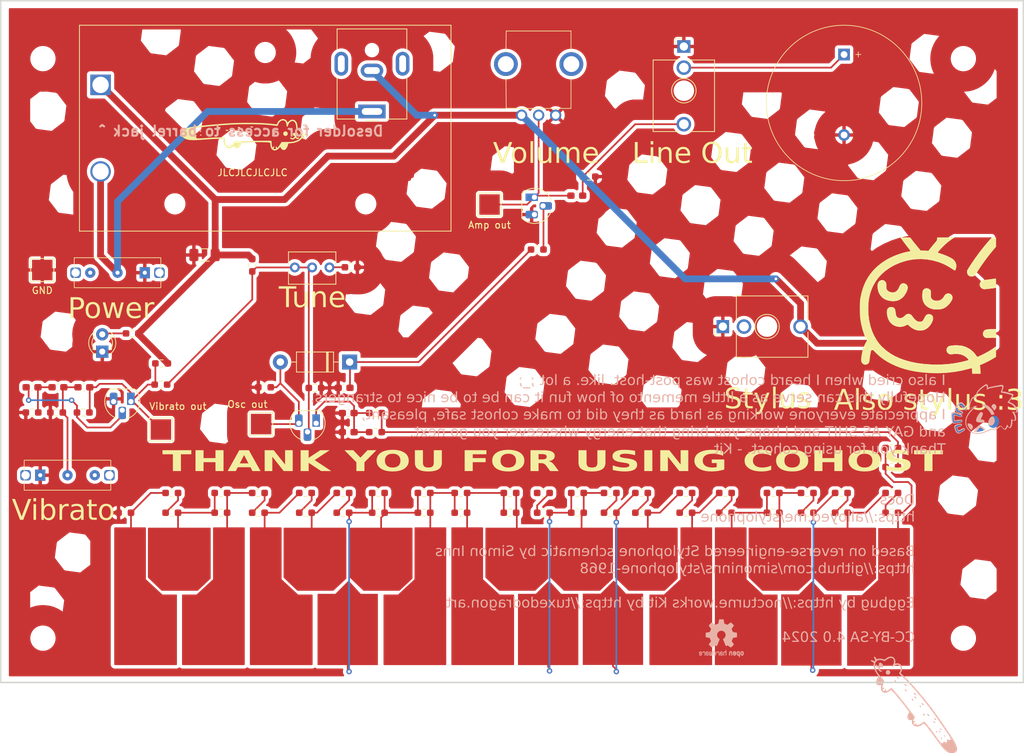
<source format=kicad_pcb>
(kicad_pcb (version 20240108) (generator "pcbnew") (generator_version "8.0")
  (layers (0 "F.Cu" signal) (31 "B.Cu" signal) (34 "B.Paste" user) (35 "F.Paste" user) (36 "B.SilkS" user "B.Silkscreen") (37 "F.SilkS" user "F.Silkscreen") (38 "B.Mask" user) (39 "F.Mask" user) (44 "Edge.Cuts" user))
  (net 0 "")
  (net 1 "+9V")
  (net 2 "Net-(BT1--)")
  (net 3 "GND")
  (net 4 "Keyboard")
  (net 5 "Net-(SW2-B)")
  (net 6 "Amp_In")
  (net 7 "Net-(D1-A)")
  (net 8 "/keyboard_module/A2")
  (net 9 "/keyboard_module/A1")
  (net 10 "/keyboard_module/A3")
  (net 11 "/keyboard_module/A4")
  (net 12 "/keyboard_module/A5")
  (net 13 "/keyboard_module/A6")
  (net 14 "/keyboard_module/A7")
  (net 15 "/keyboard_module/A8")
  (net 16 "/keyboard_module/A9")
  (net 17 "/keyboard_module/A10")
  (net 18 "/keyboard_module/A11")
  (net 19 "/keyboard_module/B11")
  (net 20 "Vibrato_Out")
  (net 21 "Net-(T3-B)")
  (net 22 "Net-(T3-C)")
  (net 23 "/keyboard_module/B2")
  (net 24 "/keyboard_module/B3")
  (net 25 "/keyboard_module/B4")
  (net 26 "/keyboard_module/B5")
  (net 27 "/keyboard_module/B6")
  (net 28 "/keyboard_module/B7")
  (net 29 "/keyboard_module/B8")
  (net 30 "/keyboard_module/B9")
  (net 31 "/keyboard_module/B10")
  (net 33 "Net-(T1-B)")
  (net 34 "Net-(C4-Pad1)")
  (net 35 "Net-(T1-C)")
  (net 36 "Net-(C8-Pad2)")
  (net 37 "Net-(J4-PadTN)")
  (net 38 "Net-(R9-Pad1)")
  (net 39 "Net-(R15-Pad1)")
  (net 40 "Net-(R19-Pad1)")
  (net 41 "Net-(R21-Pad1)")
  (net 42 "Net-(R23-Pad1)")
  (net 43 "Net-(R33-Pad1)")
  (net 44 "Net-(R37-Pad1)")
  (net 45 "Net-(R39-Pad1)")
  (net 46 "Net-(R41-Pad1)")
  (net 47 "Net-(R43-Pad1)")
  (net 48 "Net-(R47-Pad1)")
  (net 49 "Net-(R49-Pad1)")
  (net 50 "Net-(R51-Pad1)")
  (net 51 "Net-(D2-A)")
  (footprint "TestPoint:TestPoint_Pad_3.0x3.0mm" (layer "F.Cu") (at 57.3 119.4)
    (property "Reference" "TP2" (hide yes))
    (property "Value" "Vibrato out")
  )
  (footprint "Resistor_SMD:R_0603_1608Metric_Pad0.98x0.95mm_HandSolder" (layer "F.Cu") (at 89.2 131.6 180)
    (property "Reference" "R26" (hide yes))
    (property "Value" "12K")
  )
  (footprint "TestPoint:TestPoint_Pad_3.0x3.0mm" (layer "F.Cu") (at 105.5 86.4)
    (property "Reference" "TP4" (hide yes))
    (property "Value" "Amp out")
  )
  (footprint "Resistor_SMD:R_0603_1608Metric_Pad0.98x0.95mm_HandSolder" (layer "F.Cu") (at 157.1 131.6 180)
    (property "Reference" "R50" (hide yes))
    (property "Value" "680R")
  )
  (footprint "Resistor_SMD:R_0603_1608Metric_Pad0.98x0.95mm_HandSolder" (layer "F.Cu") (at 84 128.7 180)
    (property "Reference" "R23" (hide yes))
    (property "Value" "3K9")
  )
  (footprint "MountingHole:MountingHole_3.2mm_M3" (layer "F.Cu") (at 40 150)
    (property "Reference" "H3" (hide yes))
    (property "Value" "MountingHole")
  )
  (footprint "Resistor_SMD:R_0603_1608Metric_Pad0.98x0.95mm_HandSolder" (layer "F.Cu") (at 53.1 105.3)
    (property "Reference" "R55" (hide yes))
    (property "Value" "10k")
  )
  (footprint "KitsBlips:mouser_speaker" (layer "F.Cu") (at 157.5 71.5)
    (property "Reference" "LS1" (hide yes))
    (property "Value" "8 ohm 1/4w Speaker")
  )
  (footprint "Resistor_SMD:R_0603_1608Metric_Pad0.98x0.95mm_HandSolder" (layer "F.Cu") (at 152.1 128.7 180)
    (property "Reference" "R47" (hide yes))
    (property "Value" "1K5")
  )
  (footprint "Potentiometer_THT:Potentiometer_Bourns_3266Y_Vertical" (layer "F.Cu") (at 82.025 95.625)
    (property "Reference" "VR1" (hide yes))
    (property "Value" "5k")
  )
  (footprint "Resistor_SMD:R_0603_1608Metric_Pad0.98x0.95mm_HandSolder" (layer "F.Cu") (at 123.2 131.6 180)
    (property "Reference" "R38" (hide yes))
    (property "Value" "390R")
  )
  (footprint "mouser: SLW-1277744-3A-N-D" (layer "F.Cu") (at 57.0875 96.4 180)
    (property "Reference" "SW1" (hide yes))
    (property "Value" "Power" (hide yes))
  )
  (footprint "Package_TO_SOT_THT:TO-92_HandSolder" (layer "F.Cu") (at 52.9 115.3 180)
    (property "Reference" "T1" (hide yes))
    (property "Value" "BC337")
  )
  (footprint "Resistor_SMD:R_0603_1608Metric_Pad0.98x0.95mm_HandSolder" (layer "F.Cu") (at 164.5 122.1 180)
    (property "Reference" "R53" (hide yes))
    (property "Value" "470K")
  )
  (footprint "Resistor_SMD:R_0603_1608Metric_Pad0.98x0.95mm_HandSolder" (layer "F.Cu") (at 157.1 128.7 180)
    (property "Reference" "R49" (hide yes))
    (property "Value" "1K5")
  )
  (footprint "Resistor_SMD:R_0603_1608Metric_Pad0.98x0.95mm_HandSolder" (layer "F.Cu") (at 118.4 128.7 180)
    (property "Reference" "R35" (hide yes))
    (property "Value" "330K")
  )
  (footprint "Diode_THT:D_DO-41_SOD81_P10.16mm_Horizontal" (layer "F.Cu") (at 84.98 109.5 180)
    (property "Reference" "D1" (hide yes))
    (property "Value" "1N4001")
  )
  (footprint "MountingHole:MountingHole_3.2mm_M3" (layer "F.Cu") (at 40 65)
    (property "Reference" "H1" (hide yes))
    (property "Value" "MountingHole")
  )
  (footprint "KitsBlips:eggbug_icon" (layer "F.Cu") (at 170.555378 87.023392)
    (property "Reference" "J2" (hide yes))
    (property "Value" "Stylus" (hide yes))
  )
  (footprint "Connector_BarrelJack:BarrelJack_CUI_PJ-063AH_Horizontal" (layer "F.Cu") (at 88.255263 72.75 180)
    (property "Reference" "J1" (hide yes))
    (property "Value" "Barrel_Jack")
  )
  (footprint "Capacitor_SMD:C_0603_1608Metric_Pad1.08x0.95mm_HandSolder" (layer "F.Cu") (at 42.2 113.2 180)
    (property "Reference" "C5" (hide yes))
    (property "Value" "100nF")
  )
  (footprint "Capacitor_SMD:C_1206_3216Metric_Pad1.33x1.80mm_HandSolder" (layer "F.Cu") (at 63.7 93.8 180)
    (property "Reference" "C1" (hide yes))
    (property "Value" "100uF")
  )
  (footprint "Resistor_SMD:R_0603_1608Metric_Pad0.98x0.95mm_HandSolder" (layer "F.Cu") (at 88.77 119.78 180)
    (property "Reference" "R3" (hide yes))
    (property "Value" "390K")
  )
  (footprint "Resistor_SMD:R_0603_1608Metric_Pad0.98x0.95mm_HandSolder" (layer "F.Cu") (at 118.4 131.6 180)
    (property "Reference" "R36" (hide yes))
    (property "Value" "3K3")
  )
  (footprint "Resistor_SMD:R_0603_1608Metric_Pad0.98x0.95mm_HandSolder" (layer "F.Cu") (at 57.3 112.81 180)
    (property "Reference" "R8" (hide yes))
    (property "Value" "150k")
  )
  (footprint "Resistor_SMD:R_0603_1608Metric_Pad0.98x0.95mm_HandSolder" (layer "F.Cu") (at 84 131.6 180)
    (property "Reference" "R24" (hide yes))
    (property "Value" "680R")
  )
  (footprint "Resistor_SMD:R_0603_1608Metric_Pad0.98x0.95mm_HandSolder" (layer "F.Cu") (at 113.4 128.7 180)
    (property "Reference" "R33" (hide yes))
    (property "Value" "3K3")
  )
  (footprint "KitsBlips:stylophone-keyboard" (layer "F.Cu") (at 50.3 117.6)
    (property "Reference" "U1" (hide yes))
    (property "Value" "Keyboard")
  )
  (footprint "Capacitor_SMD:C_0603_1608Metric_Pad1.08x0.95mm_HandSolder" (layer "F.Cu") (at 118.3 85.1)
    (property "Reference" "C8" (hide yes))
    (property "Value" "100nF")
  )
  (footprint "Capacitor_SMD:C_0603_1608Metric_Pad1.08x0.95mm_HandSolder" (layer "F.Cu") (at 84.17 113.28 180)
    (property "Reference" "C7" (hide yes))
    (property "Value" "100nF")
  )
  (footprint "Resistor_SMD:R_0603_1608Metric_Pad0.98x0.95mm_HandSolder" (layer "F.Cu") (at 78.5 131.6 180)
    (property "Reference" "R22" (hide yes))
    (property "Value" "150R")
  )
  (footprint "Resistor_SMD:R_0603_1608Metric_Pad0.98x0.95mm_HandSolder" (layer "F.Cu") (at 71.6 131.6 180)
    (property "Reference" "R20" (hide yes))
    (property "Value" "470R")
  )
  (footprint "Resistor_SMD:R_0603_1608Metric_Pad0.98x0.95mm_HandSolder" (layer "F.Cu") (at 71.6 128.7 180)
    (property "Reference" "R19" (hide yes))
    (property "Value" "4K7")
  )
  (footprint "Resistor_SMD:R_0603_1608Metric_Pad0.98x0.95mm_HandSolder" (layer "F.Cu") (at 58.9 131.6 180)
    (property "Reference" "R16" (hide yes))
    (property "Value" "270R")
  )
  (footprint "Resistor_SMD:R_0603_1608Metric_Pad0.98x0.95mm_HandSolder" (layer "F.Cu") (at 45.9 116.9 180)
    (property "Reference" "R6" (hide yes))
    (property "Value" "10M")
  )
  (footprint "Resistor_SMD:R_0603_1608Metric_Pad0.98x0.95mm_HandSolder" (layer "F.Cu") (at 95.9 128.7 180)
    (property "Reference" "R27" (hide yes))
    (property "Value" "4K7")
  )
  (footprint "Resistor_SMD:R_0603_1608Metric_Pad0.98x0.95mm_HandSolder" (layer "F.Cu") (at 79.9 113.3)
    (property "Reference" "R11" (hide yes))
    (property "Value" "6K8")
  )
  (footprint "mouser:RD901F4015R1B10K00DL1" (layer "F.Cu") (at 110.2 73.3)
    (property "Reference" "VR2" (hide yes))
    (property "Value" "A10k" (hide yes))
  )
  (footprint "Resistor_SMD:R_0603_1608Metric_Pad0.98x0.95mm_HandSolder" (layer "F.Cu") (at 101.3 128.7 180)
    (property "Reference" "R29" (hide yes))
    (property "Value" "3K9")
  )
  (footprint "Resistor_SMD:R_0603_1608Metric_Pad0.98x0.95mm_HandSolder" (layer "F.Cu") (at 85.2 95.6)
    (property "Reference" "R9" (hide yes))
    (property "Value" "2K2")
  )
  (footprint "Connector_Audio:Jack_3.5mm_QingPu_WQP-PJ398SM_Vertical_CircularHoles" (layer "F.Cu") (at 134 63.22)
    (property "Reference" "J4" (hide yes))
    (property "Value" "LineOut")
  )
  (footprint "Resistor_SMD:R_0603_1608Metric_Pad0.98x0.95mm_HandSolder" (layer "F.Cu") (at 38.4 116.9 180)
    (property "Reference" "R4" (hide yes))
    (property "Value" "68K")
  )
  (footprint "Resistor_SMD:R_0603_1608Metric_Pad0.98x0.95mm_HandSolder" (layer "F.Cu") (at 147.1 128.7 180)
    (property "Reference" "R45" (hide yes))
    (property "Value" "27K")
  )
  (footprint "Resistor_SMD:R_0603_1608Metric_Pad0.98x0.95mm_HandSolder" (layer "F.Cu") (at 52 131.6)
    (property "Reference" "R1" (hide yes))
    (property "Value" "390K")
  )
  (footprint "Resistor_SMD:R_0603_1608Metric_Pad0.98x0.95mm_HandSolder" (layer "F.Cu") (at 72.5 113.2 180)
    (property "Reference" "R12" (hide yes))
    (property "Value" "47R")
  )
  (footprint "Connector_Audio:Jack_3.5mm_QingPu_WQP-PJ398SM_Vertical_CircularHoles" (layer "F.Cu") (at 139.72 104.3 90)
    (property "Reference" "J3" (hide yes))
    (property "Value" "AudioJack2")
  )
  (footprint "Resistor_SMD:R_0603_1608Metric_Pad0.98x0.95mm_HandSolder" (layer "F.Cu") (at 147.1 131.6 180)
    (property "Reference" "R46" (hide yes))
    (property "Value" "2K7")
  )
  (footprint "Resistor_SMD:R_0603_1608Metric_Pad0.98x0.95mm_HandSolder" (layer "F.Cu") (at 66.1 128.7 180)
    (property "Reference" "R17" (hide yes))
    (property "Value" "5K6")
  )
  (footprint "Resistor_SMD:R_0603_1608Metric_Pad0.98x0.95mm_HandSolder" (layer "F.Cu") (at 70.7 95.3 -90)
    (property "Reference" "R10" (hide yes))
    (property "Value" "1K8")
  )
  (footprint "Resistor_SMD:R_0603_1608Metric_Pad0.98x0.95mm_HandSolder" (layer "F.Cu") (at 127.8 131.6 180)
    (property "Reference" "R40" (hide yes))
    (property "Value" "220R")
  )
  (footprint "Resistor_SMD:R_0603_1608Metric_Pad0.98x0.95mm_HandSolder" (layer "F.Cu") (at 140.1 128.7 180)
    (property "Reference" "R43" (hide yes))
    (property "Value" "2K2")
  )
  (footprint "Resistor_SMD:R_0603_1608Metric_Pad0.98x0.95mm_HandSolder" (layer "F.Cu") (at 42 116.9 180)
    (property "Reference" "R5" (hide yes))
    (property "Value" "68K")
  )
  (footprint "Resistor_SMD:R_0603_1608Metric_Pad0.98x0.95mm_HandSolder" (layer "F.Cu") (at 123.2 128.7 180)
    (property "Reference" "R37" (hide yes))
    (property "Value" "2K7")
  )
  (footprint "Resistor_SMD:R_0603_1608Metric_Pad0.98x0.95mm_HandSolder" (layer "F.Cu") (at 152.1 131.6 180)
    (property "Reference" "R48" (hide yes))
    (property "Value" "820R")
  )
  (footprint "Resistor_SMD:R_0603_1608Metric_Pad0.98x0.95mm_HandSolder" (layer "F.Cu") (at 164.5 131.6 180)
    (property "Reference" "R52" (hide yes))
    (property "Value" "560R")
  )
  (footprint "Resistor_SMD:R_0603_1608Metric_Pad0.98x0.95mm_HandSolder" (layer "F.Cu") (at 113.4 131.6 180)
    (property "Reference" "R34" (hide yes))
    (property "Value" "150R")
  )
  (footprint "Resistor_SMD:R_0603_1608Metric_Pad0.98x0.95mm_HandSolder" (layer "F.Cu") (at 57.4 109.7 180)
    (property "Reference" "R7" (hide yes))
    (property "Value" "33K")
  )
  (footprint "MountingHole:MountingHole_3.2mm_M3" (layer "F.Cu") (at 175 65)
    (property "Reference" "H2" (hide yes))
    (property "Value" "MountingHole")
  )
  (footprint "Resistor_SMD:R_0603_1608Metric_Pad0.98x0.95mm_HandSolder" (layer "F.Cu") (at 66.1 131.6 180)
    (property "Reference" "R18" (hide yes))
    (property "Value" "270K")
  )
  (footprint "Resistor_SMD:R_0603_1608Metric_Pad0.98x0.95mm_HandSolder" (layer "F.Cu") (at 140.1 131.6 180)
    (property "Reference" "R44" (hide yes))
    (property "Value" "390R")
  )
  (footprint "Resistor_SMD:R_0603_1608Metric_Pad0.98x0.95mm_HandSolder" (layer "F.Cu") (at 134.3 131.6 180)
    (property "Reference" "R42" (hide yes))
    (property "Value" "47R")
  )
  (footprint "TestPoint:TestPoint_Pad_3.0x3.0mm" (layer "F.Cu") (at 72 118.6 90)
    (property "Reference" "TP3" (hide yes))
    (property "Value" "Osc out")
  )
  (footprint "KitsBlips:logo" (layer "F.Cu") (at 69.5 76.2)
    (property "Reference" "REF**" (hide yes))
    (property "Value" "LOGO" (hide yes))
  )
  (footprint "Capacitor_SMD:C_0603_1608Metric_Pad1.08x0.95mm_HandSolder" (layer "F.Cu") (at 38.4 113.2 180)
    (property "Reference" "C4" (hide yes))
    (property "Value" "100nF")
  )
  (footprint "Resistor_SMD:R_0603_1608Metric_Pad0.98x0.95mm_HandSolder" (layer "F.Cu") (at 95.9 131.6 180)
    (property "Reference" "R28" (hide yes))
    (property "Value" "33K")
  )
  (footprint "Resistor_SMD:R_0603_1608Metric_Pad0.98x0.95mm_HandSolder" (layer "F.Cu") (at 134.3 128.7 180)
    (property "Reference" "R41" (hide yes))
    (property "Value" "2K7")
  )
  (footprint "Capacitor_SMD:C_0603_1608Metric_Pad1.08x0.95mm_HandSolder" (layer "F.Cu") (at 84.77 119.78 180)
    (property "Reference" "C3" (hide yes))
    (property "Value" "100nF")
  )
  (footprint "Resistor_SMD:R_0603_1608Metric_Pad0.98x0.95mm_HandSolder" (layer "F.Cu") (at 58.9 128.7 180)
    (property "Reference" "R15" (hide yes))
    (property "Value" "5K6")
  )
  (footprint "Capacitor_SMD:C_0603_1608Metric_Pad1.08x0.95mm_HandSolder" (layer "F.Cu") (at 46 113.2 180)
    (property "Reference" "C6" (hide yes))
    (property "Value" "100nF")
  )
  (footprint "Resistor_SMD:R_0603_1608Metric_Pad0.98x0.95mm_HandSolder" (layer "F.Cu") (at 164.5 124.9 180)
    (property "Reference" "R54" (hide yes))
    (property "Value" "22K")
  )
  (footprint "Battery:BatteryHolder_Eagle_12BH611-GR" (layer "F.Cu") (at 48.45 68.85 180)
    (property "Reference" "BT1" (hide yes))
    (property "Value" "9V Battery")
  )
  (footprint "MountingHole:MountingHole_3.2mm_M3" (layer "F.Cu") (at 175 150)
    (property "Reference" "H4" (hide yes))
    (property "Value" "MountingHole")
  )
  (footprint "Package_TO_SOT_THT:TO-92_HandSolder" (layer "F.Cu") (at 112.08 85.33 -90)
    (property "Reference" "T3" (hide yes))
    (property "Value" "BC337")
  )
  (footprint "Resistor_SMD:R_0603_1608Metric_Pad0.98x0.95mm_HandSolder" (layer "F.Cu") (at 108.5 128.7 180)
    (property "Reference" "R31" (hide yes))
    (property "Value" "3K9")
  )
  (footprint "Resistor_SMD:R_0603_1608Metric_Pad0.98x0.95mm_HandSolder" (layer "F.Cu") (at 78.5 128.7 180)
    (property "Reference" "R21" (hide yes))
    (property "Value" "4K7")
  )
  (footprint "TestPoint:TestPoint_Pad_3.0x3.0mm" (layer "F.Cu") (at 39.9 96)
    (property "Reference" "TP1" (hide yes))
    (property "Value" "GND")
  )
  (footprint "Capacitor_SMD:C_0603_1608Metric_Pad1.08x0.95mm_HandSolder" (layer "F.Cu") (at 84.77 116.98 180)
    (property "Reference" "C2" (hide yes))
    (property "Value" "100nF")
  )
  (footprint "Resistor_SMD:R_0603_1608Metric_Pad0.98x0.95mm_HandSolder" (layer "F.Cu") (at 101.3 131.6 180)
    (property "Reference" "R30" (hide yes))
    (property "Value" "820K")
  )
  (footprint "Resistor_SMD:R_0603_1608Metric_Pad0.98x0.95mm_HandSolder" (layer "F.Cu") (at 120.1 82.3 180)
    (property "Reference" "R14" (hide yes))
    (property "Value" "390k")
  )
  (footprint "Resistor_SMD:R_0603_1608Metric_Pad0.98x0.95mm_HandSolder" (layer "F.Cu") (at 164.5 128.7 180)
    (property "Reference" "R51" (hide yes))
    (property "Value" "1K5")
  )
  (footprint "Resistor_SMD:R_0603_1608Metric_Pad0.98x0.95mm_HandSolder" (layer "F.Cu") (at 108.5 131.6 180)
    (property "Reference" "R32" (hide yes))
    (property "Value" "56K")
  )
  (footprint "Package_TO_SOT_THT:TO-92_HandSolder" (layer "F.Cu") (at 80.07 118.48 180)
    (property "Reference" "T2" (hide yes))
    (property "Value" "2N6027")
  )
  (footprint "Resistor_SMD:R_0603_1608Metric_Pad0.98x0.95mm_HandSolder" (layer "F.Cu") (at 89.2 128.7 180)
    (property "Reference" "R25" (hide yes))
    (property "Value" "6K8")
  )
  (footprint "Resistor_SMD:R_0603_1608Metric_Pad0.98x0.95mm_HandSolder" (layer "F.Cu") (at 88.77 116.98 180)
    (property "Reference" "R2" (hide yes))
    (property "Value" "13K")
  )
  (footprint "Resistor_SMD:R_0603_1608Metric_Pad0.98x0.95mm_HandSolder" (layer "F.Cu") (at 112.5 93)
    (property "Reference" "R13" (hide yes))
    (property "Value" "2k2")
  )
  (footprint "mouser: SLW-1277744-3A-N-D" (layer "F.Cu") (at 37.45 126.1)
    (property "Reference" "SW2" (hide yes))
    (property "Value" "Vibrato" (hide yes))
  )
  (footprint "LED_THT:LED_D3.0mm" (layer "F.Cu") (at 48.7 107.975 90)
    (property "Reference" "D2" (hide yes))
    (property "Value" "LED")
  )
  (footprint "Resistor_SMD:R_0603_1608Metric_Pad0.98x0.95mm_HandSolder" (layer "F.Cu") (at 127.8 128.7 180)
    (property "Reference" "R39" (hide yes))
    (property "Value" "2K7")
  )
  (footprint "KitsBlips:logo" (layer "B.Cu") (at 167.7 159.8 130)
    (property "Reference" "REF**" (hide yes))
    (property "Value" "LOGO" (hide yes))
  )
  (footprint "Symbol:OSHW-Logo2_7.3x6mm_SilkScreen" (layer "B.Cu") (at 139.5 150 180)
    (property "Reference" "REF**" (hide yes))
    (property "Value" "OSHW-Logo2_7.3x6mm_SilkScreen" (hide yes))
  )
  (footprint "KitsBlips:alloyed_icon" (layer "B.Cu") (at 178.732592 108.189582 180)
    (property "Reference" "REF**" (hide yes))
    (property "Value" "alloyed_icon")
  )
  (gr_rect (start 33.8 56.5) (end 183.8 156.5) (stroke (width 0.2)) (fill none) (layer "Edge.Cuts"))
  (gr_text "I also cried when I heard cohost was post-host. like. a lot ;_;\nHopefully this can serve as a little memento of how fun it can be to be nice to strangers.\nI appreciate everyone working as hard as they did to make cohost safe, pleasant,\nand GAY AS SHIT and I hope you bring that energy whereever you go next.\nThank you for using cohost. - Kit" (at 172.4 123.2 0) (layer "B.SilkS") (effects (font (size 1.5 1.5) (thickness 0.1875)) (justify left bottom mirror)))
  (gr_text "Desolder for access to barrel jack ^\n" (at 90.1 76.5 0) (layer "B.SilkS") (effects (font (size 1.5 1.5) (thickness 0.3) (bold yes)) (justify left bottom mirror)))
  (gr_text "Docs\nhttps://alloyed.me/stylophone\n\nBased on reverse-engineered Stylophone schematic by Simon Inns\nhttps://github.com/simoninns/stylophone-1968\n\nEggbug by https://nocturne.works Kit by https://tuxedodragon.art\n\nCC-BY-SA 4.0 2024" (at 167.9 150.8 0) (layer "B.SilkS") (effects (font (size 1.5 1.5) (thickness 0.1875)) (justify left bottom mirror)))
  (gr_text "JLCJLCJLCJLC" (at 65.5 82.3 0) (layer "F.SilkS") (effects (font (size 1 1)) (justify left bottom)))
  (gr_text "Power" (at 49.9875 101.8 0) (layer "F.SilkS") (effects (font (size 3 3) (thickness 0.75))))
  (gr_text "Vibrato\n" (at 43 131.4 0) (layer "F.SilkS") (effects (font (size 3 3) (thickness 0.75))))
  (gr_text "Line Out" (at 126.4 80.8 0) (layer "F.SilkS") (effects (font (size 3 3) (thickness 1)) (justify left bottom)))
  (gr_text "Tune" (at 79.5 100.2 0) (layer "F.SilkS") (effects (font (size 3 3) (thickness 1))))
  (gr_text "Volume" (at 106 80.8 0) (layer "F.SilkS") (effects (font (size 3 3) (thickness 1)) (justify left bottom)))
  (gr_text "THANK YOU FOR USING COHOST" (at 57.5 126 0) (layer "F.SilkS") (effects (font (size 3 4.5)) (justify left bottom)))
  (gr_text "Also stylus :3" (at 156 117 0) (layer "F.SilkS") (effects (font (size 3 3) (thickness 1)) (justify left bottom)))
  (gr_text "Stylus" (at 139.9 116.8 0) (layer "F.SilkS") (effects (font (size 3 3) (thickness 1)) (justify left bottom)))
  (segment (start 81.8 79.3) (end 75.4375 85.6625) (width 1) (layer "F.Cu") (net 1))
  (segment (start 75.4375 85.6625) (end 65.2625 85.6625) (width 1) (layer "F.Cu") (net 1))
  (segment (start 65.2625 93.8) (end 70.1125 93.8) (width 1) (layer "F.Cu") (net 1))
  (segment (start 54.0125 105.4) (end 58.3125 109.7) (width 1) (layer "F.Cu") (net 1))
  (segment (start 48.45 68.85) (end 65.2625 85.6625) (width 1) (layer "F.Cu") (net 1))
  (segment (start 166.007633 106.746804) (end 153.566804 106.746804) (width 1) (layer "F.Cu") (net 1))
  (segment (start 91.450862 79.3) (end 81.8 79.3) (width 1) (layer "F.Cu") (net 1))
  (segment (start 151.12 100.92) (end 147.5 97.3) (width 1) (layer "F.Cu") (net 1))
  (segment (start 65.2625 94.05) (end 54.0125 105.3) (width 1) (layer "F.Cu") (net 1))
  (segment (start 97.450862 73.3) (end 91.450862 79.3) (width 1) (layer "F.Cu") (net 1))
  (segment (start 110.2 73.3) (end 97.450862 73.3) (width 1) (layer "F.Cu") (net 1))
  (segment (start 54.0125 105.3) (end 54.0125 105.4) (width 1) (layer "F.Cu") (net 1))
  (segment (start 70.1125 93.8) (end 70.7 94.3875) (width 1) (layer "F.Cu") (net 1))
  (segment (start 151.12 104.3) (end 151.12 100.92) (width 1) (layer "F.Cu") (net 1))
  (segment (start 65.2625 93.8) (end 65.2625 94.05) (width 1) (layer "F.Cu") (net 1))
  (segment (start 153.566804 106.746804) (end 151.12 104.3) (width 1) (layer "F.Cu") (net 1))
  (segment (start 65.2625 85.6625) (end 65.2625 93.8) (width 1) (layer "F.Cu") (net 1))
  (via (at 97.450862 73.3) (size 0.8) (drill 0.4) (layers "F.Cu" "B.Cu") (net 1))
  (via (at 147.5 97.3) (size 0.8) (drill 0.4) (layers "F.Cu" "B.Cu") (net 1))
  (segment (start 88.255263 66.75) (end 94.805263 73.3) (width 1) (layer "B.Cu") (net 1))
  (segment (start 94.805263 73.3) (end 97.450862 73.3) (width 1) (layer "B.Cu") (net 1))
  (segment (start 147.5 97.3) (end 134.2 97.3) (width 1) (layer "B.Cu") (net 1))
  (segment (start 134.2 97.3) (end 110.2 73.3) (width 1) (layer "B.Cu") (net 1))
  (segment (start 48.45 93.9125) (end 50.9375 96.4) (width 1) (layer "F.Cu") (net 2))
  (segment (start 48.45 81.55) (end 48.45 93.9125) (width 1) (layer "F.Cu") (net 2))
  (segment (start 50.9375 85.9625) (end 50.9375 96.4) (width 1) (layer "B.Cu") (net 2))
  (segment (start 88.255263 72.75) (end 64.15 72.75) (width 1) (layer "B.Cu") (net 2))
  (segment (start 64.15 72.75) (end 50.9375 85.9625) (width 1) (layer "B.Cu") (net 2))
  (segment (start 87.8575 119.78) (end 85.6325 119.78) (width 0.25) (layer "F.Cu") (net 4))
  (segment (start 80.07 118.48) (end 80.07 116.53) (width 0.25) (layer "F.Cu") (net 4))
  (segment (start 81.3 115.3) (end 85 115.3) (width 0.25) (layer "F.Cu") (net 4))
  (segment (start 80.07 116.53) (end 81.3 115.3) (width 0.25) (layer "F.Cu") (net 4))
  (segment (start 85.6325 115.9325) (end 85.6325 116.98) (width 0.25) (layer "F.Cu") (net 4))
  (segment (start 85 115.3) (end 85.6325 115.9325) (width 0.25) (layer "F.Cu") (net 4))
  (segment (start 85.6325 119.78) (end 85.6325 116.98) (width 0.25) (layer "F.Cu") (net 4))
  (segment (start 87.8575 116.98) (end 85.6325 116.98) (width 0.25) (layer "F.Cu") (net 4))
  (segment (start 43.0625 113.2) (end 45.1375 113.2) (width 0.25) (layer "F.Cu") (net 5))
  (segment (start 43.6 117.675) (end 43.6 126.1) (width 0.25) (layer "F.Cu") (net 5))
  (segment (start 42.9125 116.9) (end 42.9125 113.35) (width 0.25) (layer "F.Cu") (net 5))
  (segment (start 42.9125 116.9) (end 42.9125 116.9875) (width 0.25) (layer "F.Cu") (net 5))
  (segment (start 42.9125 116.9875) (end 43.6 117.675) (width 0.25) (layer "F.Cu") (net 5))
  (segment (start 42.9125 113.35) (end 43.0625 113.2) (width 0.25) (layer "F.Cu") (net 5))
  (segment (start 84.98 109.5) (end 95.0875 109.5) (width 0.25) (layer "F.Cu") (net 6))
  (segment (start 85.0325 113.28) (end 85.0325 109.5525) (width 0.25) (layer "F.Cu") (net 6))
  (segment (start 95.0875 109.5) (end 111.5875 93) (width 0.25) (layer "F.Cu") (net 6))
  (segment (start 85.0325 109.5525) (end 84.98 109.5) (width 0.25) (layer "F.Cu") (net 6))
  (segment (start 77.41 118.6) (end 77.53 118.48) (width 0.25) (layer "F.Cu") (net 7))
  (segment (start 77.53 115.33) (end 77.53 118.48) (width 0.25) (layer "F.Cu") (net 7))
  (segment (start 74.24 113.2) (end 74.82 112.62) (width 0.25) (layer "F.Cu") (net 7))
  (segment (start 74.82 109.5) (end 74.82 112.62) (width 0.25) (layer "F.Cu") (net 7))
  (segment (start 74.82 112.62) (end 77.53 115.33) (width 0.25) (layer "F.Cu") (net 7))
  (segment (start 72 118.6) (end 77.41 118.6) (width 0.25) (layer "F.Cu") (net 7))
  (segment (start 73.4125 113.2) (end 74.24 113.2) (width 0.25) (layer "F.Cu") (net 7))
  (segment (start 163.5875 125.8875) (end 163.5875 124.9) (width 0.25) (layer "F.Cu") (net 8))
  (segment (start 167.4 127.6) (end 166.9 127.1) (width 0.25) (layer "F.Cu") (net 8))
  (segment (start 165.4125 131.6) (end 165.4125 145.6875) (width 0.25) (layer "F.Cu") (net 8))
  (segment (start 164.8 127.1) (end 163.5875 125.8875) (width 0.25) (layer "F.Cu") (net 8))
  (segment (start 166.1 131.6) (end 167.4 130.3) (width 0.25) (layer "F.Cu") (net 8))
  (segment (start 167.4 130.3) (end 167.4 127.6) (width 0.25) (layer "F.Cu") (net 8))
  (segment (start 165.4125 131.6) (end 166.1 131.6) (width 0.25) (layer "F.Cu") (net 8))
  (segment (start 163.5875 124.9) (end 163.5875 122.1) (width 0.25) (layer "F.Cu") (net 8))
  (segment (start 166.9 127.1) (end 164.8 127.1) (width 0.25) (layer "F.Cu") (net 8))
  (segment (start 165.4125 145.6875) (end 162.6 148.5) (width 0.25) (layer "F.Cu") (net 8))
  (segment (start 89.6825 116.98) (end 89.6825 119.78) (width 0.25) (layer "F.Cu") (net 9))
  (segment (start 163.98 119.78) (end 89.6825 119.78) (width 0.25) (layer "F.Cu") (net 9))
  (segment (start 165.4125 122.1) (end 165.4125 121.2125) (width 0.25) (layer "F.Cu") (net 9))
  (segment (start 165.4125 121.2125) (end 163.98 119.78) (width 0.25) (layer "F.Cu") (net 9))
  (segment (start 165.4125 124.9) (end 165.4125 122.1) (width 0.25) (layer "F.Cu") (net 9))
  (segment (start 158.0125 137.9875) (end 157.6 138.4) (width 0.25) (layer "F.Cu") (net 10))
  (segment (start 158.0125 131.6) (end 160.6875 131.6) (width 0.25) (layer "F.Cu") (net 10))
  (segment (start 160.6875 131.6) (end 163.5875 128.7) (width 0.25) (layer "F.Cu") (net 10))
  (segment (start 158.0125 131.6) (end 158.0125 137.9875) (width 0.25) (layer "F.Cu") (net 10))
  (segment (start 152.7 154.5) (end 152.7 148.8) (width 0.25) (layer "F.Cu") (net 11))
  (segment (start 152.9 154.7) (end 152.7 154.5) (width 0.25) (layer "F.Cu") (net 11))
  (segment (start 153.0125 132.9875) (end 153 133) (width 0.25) (layer "F.Cu") (net 11))
  (segment (start 153.0125 131.6) (end 153.2875 131.6) (width 0.25) (layer "F.Cu") (net 11))
  (segment (start 153.2875 131.6) (end 156.1875 128.7) (width 0.25) (layer "F.Cu") (net 11))
  (segment (start 153.0125 131.6) (end 153.0125 132.9875) (width 0.25) (layer "F.Cu") (net 11))
  (via (at 152.9 154.7) (size 0.8) (drill 0.4) (layers "F.Cu" "B.Cu") (net 11))
  (via (at 153 133) (size 0.8) (drill 0.4) (layers "F.Cu" "B.Cu") (net 11))
  (segment (start 153 154.6) (end 152.9 154.7) (width 0.25) (layer "B.Cu") (net 11))
  (segment (start 153 133) (end 153 154.6) (width 0.25) (layer "B.Cu") (net 11))
  (segment (start 148.0125 128.7) (end 148.0125 131.6) (width 0.25) (layer "F.Cu") (net 12))
  (segment (start 148.0125 131.6) (end 148.0125 131.7875) (width 0.25) (layer "F.Cu") (net 12))
  (segment (start 148.0125 128.7) (end 151.1875 128.7) (width 0.25) (layer "F.Cu") (net 12))
  (segment (start 148.1 131.875) (end 148.1 138.4) (width 0.25) (layer "F.Cu") (net 12))
  (segment (start 148.0125 131.7875) (end 148.1 131.875) (width 0.25) (layer "F.Cu") (net 12))
  (segment (start 141.0125 131.6) (end 146.1875 131.6) (width 0.25) (layer "F.Cu") (net 13))
  (segment (start 146.1875 131.6) (end 146.1875 128.7) (width 0.25) (layer "F.Cu") (net 13))
  (segment (start 141.0125 131.6) (end 141.0125 146.4125) (width 0.25) (layer "F.Cu") (net 13))
  (segment (start 141.0125 146.4125) (end 143.1 148.5) (width 0.25) (layer "F.Cu") (net 13))
  (segment (start 135.2125 147.0875) (end 133.6 148.7) (width 0.25) (layer "F.Cu") (net 14))
  (segment (start 136.2875 131.6) (end 139.1875 128.7) (width 0.25) (layer "F.Cu") (net 14))
  (segment (start 135.2125 131.6) (end 136.2875 131.6) (width 0.25) (layer "F.Cu") (net 14))
  (segment (start 135.2125 131.6) (end 135.2125 147.0875) (width 0.25) (layer "F.Cu") (net 14))
  (segment (start 130.4875 131.6) (end 133.3875 128.7) (width 0.25) (layer "F.Cu") (net 15))
  (segment (start 128.7125 131.6) (end 128.7125 138.1875) (width 0.25) (layer "F.Cu") (net 15))
  (segment (start 128.7125 131.6) (end 130.4875 131.6) (width 0.25) (layer "F.Cu") (net 15))
  (segment (start 128.7125 138.1875) (end 128.5 138.4) (width 0.25) (layer "F.Cu") (net 15))
  (segment (start 123.6 154.1) (end 123.6 148.7) (width 0.25) (layer "F.Cu") (net 16))
  (segment (start 124.1125 131.6) (end 124.1125 132.9875) (width 0.25) (layer "F.Cu") (net 16))
  (segment (start 124.1125 131.475) (end 126.8875 128.7) (width 0.25) (layer "F.Cu") (net 16))
  (segment (start 124.1125 131.6) (end 124.1125 131.475) (width 0.25) (layer "F.Cu") (net 16))
  (segment (start 124.1125 132.9875) (end 124.1 133) (width 0.25) (layer "F.Cu") (net 16))
  (segment (start 124.1 154.9) (end 124.1 154.6) (width 0.25) (layer "F.Cu") (net 16))
  (segment (start 124.1 154.6) (end 123.6 154.1) (width 0.25) (layer "F.Cu") (net 16))
  (via (at 124.1 133) (size 0.8) (drill 0.4) (layers "F.Cu" "B.Cu") (net 16))
  (via (at 124.1 154.9) (size 0.8) (drill 0.4) (layers "F.Cu" "B.Cu") (net 16))
  (segment (start 124.1 133) (end 124.1 154.9) (width 0.25) (layer "B.Cu") (net 16))
  (segment (start 119.3125 131.7875) (end 119 132.1) (width 0.25) (layer "F.Cu") (net 17))
  (segment (start 119.3125 131.6) (end 119.3125 131.7875) (width 0.25) (layer "F.Cu") (net 17))
  (segment (start 119.3125 128.7) (end 122.2875 128.7) (width 0.25) (layer "F.Cu") (net 17))
  (segment (start 119 132.1) (end 119 138.4) (width 0.25) (layer "F.Cu") (net 17))
  (segment (start 119.3125 128.7) (end 119.3125 131.6) (width 0.25) (layer "F.Cu") (net 17))
  (segment (start 117.4875 128.7) (end 117.4875 131.6) (width 0.25) (layer "F.Cu") (net 18))
  (segment (start 114.3125 131.6) (end 114.3125 132.8875) (width 0.25) (layer "F.Cu") (net 18))
  (segment (start 114.3 154.8) (end 114.3 154.4) (width 0.25) (layer "F.Cu") (net 18))
  (segment (start 114.1 154.2) (end 114.1 148.725) (width 0.25) (layer "F.Cu") (net 18))
  (segment (start 114.3125 132.8875) (end 114.3 132.9) (width 0.25) (layer "F.Cu") (net 18))
  (segment (start 114.3 154.4) (end 114.1 154.2) (width 0.25) (layer "F.Cu") (net 18))
  (segment (start 114.3125 131.6) (end 117.4875 131.6) (width 0.25) (layer "F.Cu") (net 18))
  (via (at 114.3 132.9) (size 0.8) (drill 0.4) (layers "F.Cu" "B.Cu") (net 18))
  (via (at 114.3 154.8) (size 0.8) (drill 0.4) (layers "F.Cu" "B.Cu") (net 18))
  (segment (start 114.3 132.9) (end 114.3 154.8) (width 0.25) (layer "B.Cu") (net 18))
  (segment (start 55.8125 128.7) (end 52.9125 131.6) (width 0.25) (layer "F.Cu") (net 19))
  (segment (start 52.9125 145.9125) (end 55 148) (width 0.25) (layer "F.Cu") (net 19))
  (segment (start 52.9125 131.6) (end 52.9125 145.9125) (width 0.25) (layer "F.Cu") (net 19))
  (segment (start 57.9875 128.7) (end 55.8125 128.7) (width 0.25) (layer "F.Cu") (net 19))
  (segment (start 71.2875 95.625) (end 70.7 96.2125) (width 0.25) (layer "F.Cu") (net 20))
  (segment (start 76.945 95.625) (end 71.2875 95.625) (width 0.25) (layer "F.Cu") (net 20))
  (segment (start 78.9875 119.5625) (end 78.9875 113.3) (width 0.25) (layer "F.Cu") (net 20))
  (segment (start 78.9875 113.3) (end 78.9875 96.1225) (width 0.25) (layer "F.Cu") (net 20))
  (segment (start 70.7 100.3225) (end 58.2125 112.81) (width 0.25) (layer "F.Cu") (net 20))
  (segment (start 78.8 119.75) (end 78.9875 119.5625) (width 0.25) (layer "F.Cu") (net 20))
  (segment (start 78.9875 96.1225) (end 79.485 95.625) (width 0.25) (layer "F.Cu") (net 20))
  (segment (start 70.7 96.2125) (end 70.7 100.3225) (width 0.25) (layer "F.Cu") (net 20))
  (segment (start 76.945 95.625) (end 79.485 95.625) (width 0.25) (layer "F.Cu") (net 20))
  (segment (start 113.4125 86.6625) (end 113.35 86.6) (width 0.25) (layer "F.Cu") (net 21))
  (segment (start 113.4125 93) (end 113.4125 86.6625) (width 0.25) (layer "F.Cu") (net 21))
  (segment (start 112.7 84.71) (end 112.7 73.3) (width 0.25) (layer "F.Cu") (net 22))
  (segment (start 112.08 85.33) (end 112.7 84.71) (width 0.25) (layer "F.Cu") (net 22))
  (segment (start 112.08 85.33) (end 111.01 86.4) (width 0.25) (layer "F.Cu") (net 22))
  (segment (start 112.31 85.1) (end 117.4375 85.1) (width 0.25) (layer "F.Cu") (net 22))
  (segment (start 112.08 85.33) (end 112.31 85.1) (width 0.25) (layer "F.Cu") (net 22))
  (segment (start 111.01 86.4) (end 105.5 86.4) (width 0.25) (layer "F.Cu") (net 22))
  (segment (start 109.5 131.975) (end 109.5 138.4) (width 0.25) (layer "F.Cu") (net 23))
  (segment (start 109.4125 131.6) (end 109.4125 131.8875) (width 0.25) (layer "F.Cu") (net 23))
  (segment (start 109.4125 131.8875) (end 109.5 131.975) (width 0.25) (layer "F.Cu") (net 23))
  (segment (start 109.4125 128.7) (end 109.4125 131.6) (width 0.25) (layer "F.Cu") (net 23))
  (segment (start 107.5875 128.7) (end 107.5875 131.6) (width 0.25) (layer "F.Cu") (net 24))
  (segment (start 102.2125 146.3125) (end 104.5 148.6) (width 0.25) (layer "F.Cu") (net 24))
  (segment (start 102.2125 128.7) (end 107.5875 128.7) (width 0.25) (layer "F.Cu") (net 24))
  (segment (start 102.2125 131.6) (end 102.2125 146.3125) (width 0.25) (layer "F.Cu") (net 24))
  (segment (start 102.2125 128.7) (end 102.2125 131.6) (width 0.25) (layer "F.Cu") (net 24))
  (segment (start 100.3875 128.7) (end 100.3875 131.6) (width 0.25) (layer "F.Cu") (net 25))
  (segment (start 96.8125 146.0875) (end 94.6 148.3) (width 0.25) (layer "F.Cu") (net 25))
  (segment (start 96.8125 128.7) (end 100.3875 128.7) (width 0.25) (layer "F.Cu") (net 25))
  (segment (start 96.8125 128.7) (end 96.8125 131.6) (width 0.25) (layer "F.Cu") (net 25))
  (segment (start 96.8125 131.6) (end 96.8125 146.0875) (width 0.25) (layer "F.Cu") (net 25))
  (segment (start 94.9875 131.6) (end 94.9875 128.7) (width 0.25) (layer "F.Cu") (net 26))
  (segment (start 90.1125 128.7) (end 90.1125 131.6) (width 0.25) (layer "F.Cu") (net 26))
  (segment (start 89.6 132.325) (end 89.6 138.4) (width 0.25) (layer "F.Cu") (net 26))
  (segment (start 90.1125 131.6) (end 94.9875 131.6) (width 0.25) (layer "F.Cu") (net 26))
  (segment (start 90.1125 131.6) (end 90.1125 131.8125) (width 0.25) (layer "F.Cu") (net 26))
  (segment (start 90.1125 131.8125) (end 89.6 132.325) (width 0.25) (layer "F.Cu") (net 26))
  (segment (start 84.9125 131.6) (end 84.9125 132.8875) (width 0.25) (layer "F.Cu") (net 27))
  (segment (start 84.9125 131.6) (end 88.2875 131.6) (width 0.25) (layer "F.Cu") (net 27))
  (segment (start 84.9125 132.8875) (end 84.9 132.9) (width 0.25) (layer "F.Cu") (net 27))
  (segment (start 84.7 154.7) (end 84.7 148.725) (width 0.25) (layer "F.Cu") (net 27))
  (segment (start 84.9 154.9) (end 84.7 154.7) (width 0.25) (layer "F.Cu") (net 27))
  (segment (start 88.2875 131.6) (end 88.2875 128.7) (width 0.25) (layer "F.Cu") (net 27))
  (via (at 84.9 132.9) (size 0.8) (drill 0.4) (layers "F.Cu" "B.Cu") (net 27))
  (via (at 84.9 154.9) (size 0.8) (drill 0.4) (layers "F.Cu" "B.Cu") (net 27))
  (segment (start 84.9 132.9) (end 84.9 154.9) (width 0.25) (layer "B.Cu") (net 27))
  (segment (start 79.4125 131.6) (end 79.4125 137.9125) (width 0.25) (layer "F.Cu") (net 28))
  (segment (start 79.4125 131.6) (end 80.1875 131.6) (width 0.25) (layer "F.Cu") (net 28))
  (segment (start 80.1875 131.6) (end 83.0875 128.7) (width 0.25) (layer "F.Cu") (net 28))
  (segment (start 79.4125 137.9125) (end 79.9 138.4) (width 0.25) (layer "F.Cu") (net 28))
  (segment (start 72.5125 131.6) (end 74.6875 131.6) (width 0.25) (layer "F.Cu") (net 29))
  (segment (start 74.6875 131.6) (end 77.5875 128.7) (width 0.25) (layer "F.Cu") (net 29))
  (segment (start 72.5125 145.9125) (end 74.9 148.3) (width 0.25) (layer "F.Cu") (net 29))
  (segment (start 72.5125 131.6) (end 72.5125 145.9125) (width 0.25) (layer "F.Cu") (net 29))
  (segment (start 67.0125 131.6) (end 67.0125 146.4875) (width 0.25) (layer "F.Cu") (net 30))
  (segment (start 67.0125 128.7) (end 67.0125 131.6) (width 0.25) (layer "F.Cu") (net 30))
  (segment (start 67.0125 128.7) (end 70.6875 128.7) (width 0.25) (layer "F.Cu") (net 30))
  (segment (start 67.0125 146.4875) (end 64.9 148.6) (width 0.25) (layer "F.Cu") (net 30))
  (segment (start 59.8125 131.6) (end 65.1875 131.6) (width 0.25) (layer "F.Cu") (net 31))
  (segment (start 65.1875 128.7) (end 65.1875 131.6) (width 0.25) (layer "F.Cu") (net 31))
  (segment (start 59.8125 131.6) (end 59.8125 138.2125) (width 0.25) (layer "F.Cu") (net 31))
  (segment (start 59.8125 138.2125) (end 60 138.4) (width 0.25) (layer "F.Cu") (net 31))
  (segment (start 44.9875 116.9) (end 44.9875 115.8875) (width 0.25) (layer "F.Cu") (net 33))
  (segment (start 46.5 119.1) (end 44.9875 117.5875) (width 0.25) (layer "F.Cu") (net 33))
  (segment (start 51.63 116.57) (end 51.63 117.37) (width 0.25) (layer "F.Cu") (net 33))
  (segment (start 44.9875 115.8875) (end 44.2 115.1) (width 0.25) (layer "F.Cu") (net 33))
  (segment (start 49.9 119.1) (end 46.5 119.1) (width 0.25) (layer "F.Cu") (net 33))
  (segment (start 37.9 113.5625) (end 37.5375 113.2) (width 0.25) (layer "F.Cu") (net 33))
  (segment (start 37.9 115.1) (end 37.9 113.5625) (width 0.25) (layer "F.Cu") (net 33))
  (segment (start 51.63 117.37) (end 49.9 119.1) (width 0.25) (layer "F.Cu") (net 33))
  (segment (start 44.9875 117.5875) (end 44.9875 116.9) (width 0.25) (layer "F.Cu") (net 33))
  (via (at 37.9 115.1) (size 0.8) (drill 0.4) (layers "F.Cu" "B.Cu") (net 33))
  (via (at 44.2 115.1) (size 0.8) (drill 0.4) (layers "F.Cu" "B.Cu") (net 33))
  (segment (start 44.2 115.1) (end 37.9 115.1) (width 0.25) (layer "B.Cu") (net 33))
  (segment (start 39.2625 113.2) (end 39.2625 116.85) (width 0.25) (layer "F.Cu") (net 34))
  (segment (start 39.2625 113.2) (end 41.3375 113.2) (width 0.25) (layer "F.Cu") (net 34))
  (segment (start 39.2625 116.85) (end 39.3125 116.9) (width 0.25) (layer "F.Cu") (net 34))
  (segment (start 55.39 112.81) (end 56.3875 112.81) (width 0.25) (layer "F.Cu") (net 35))
  (segment (start 46.8625 113.2) (end 46.8625 116.85) (width 0.25) (layer "F.Cu") (net 35))
  (segment (start 56.4875 109.7) (end 56.4875 112.71) (width 0.25) (layer "F.Cu") (net 35))
  (segment (start 52.9 114) (end 51.6 112.7) (width 0.25) (layer "F.Cu") (net 35))
  (segment (start 47.8 113.2) (end 46.8625 113.2) (width 0.25) (layer "F.Cu") (net 35))
  (segment (start 57.3 119.4) (end 53.2 115.3) (width 0.25) (layer "F.Cu") (net 35))
  (segment (start 52.9 115.3) (end 55.39 112.81) (width 0.25) (layer "F.Cu") (net 35))
  (segment (start 56.4875 112.71) (end 56.3875 112.81) (width 0.25) (layer "F.Cu") (net 35))
  (segment (start 46.8625 116.85) (end 46.8125 116.9) (width 0.25) (layer "F.Cu") (net 35))
  (segment (start 48.3 112.7) (end 47.8 113.2) (width 0.25) (layer "F.Cu") (net 35))
  (segment (start 52.9 115.3) (end 52.9 114) (width 0.25) (layer "F.Cu") (net 35))
  (segment (start 51.6 112.7) (end 48.3 112.7) (width 0.25) (layer "F.Cu") (net 35))
  (segment (start 53.2 115.3) (end 52.9 115.3) (width 0.25) (layer "F.Cu") (net 35))
  (segment (start 119.1625 85.1) (end 119.1625 82.325) (width 0.25) (layer "F.Cu") (net 36))
  (segment (start 126.8675 74.62) (end 119.1875 82.3) (width 0.25) (layer "F.Cu") (net 36))
  (segment (start 119.1625 82.325) (end 119.1875 82.3) (width 0.25) (layer "F.Cu") (net 36))
  (segment (start 134 74.62) (end 126.8675 74.62) (width 0.25) (layer "F.Cu") (net 36))
  (segment (start 155.58 66.32) (end 157.5 64.4) (width 0.25) (layer "F.Cu") (net 37))
  (segment (start 134 66.32) (end 155.58 66.32) (width 0.25) (layer "F.Cu") (net 37))
  (segment (start 82.05 95.6) (end 82.025 95.625) (width 0.25) (layer "F.Cu") (net 38))
  (segment (start 84.2875 95.6) (end 82.05 95.6) (width 0.25) (layer "F.Cu") (net 38))
  (segment (start 59.8125 129.775) (end 57.9875 131.6) (width 0.25) (layer "F.Cu") (net 39))
  (segment (start 59.8125 128.7) (end 59.8125 129.775) (width 0.25) (layer "F.Cu") (net 39))
  (segment (start 72.5125 128.7) (end 72.5125 129.775) (width 0.25) (layer "F.Cu") (net 40))
  (segment (start 72.5125 129.775) (end 70.6875 131.6) (width 0.25) (layer "F.Cu") (net 40))
  (segment (start 79.4125 129.775) (end 77.5875 131.6) (width 0.25) (layer "F.Cu") (net 41))
  (segment (start 79.4125 128.7) (end 79.4125 129.775) (width 0.25) (layer "F.Cu") (net 41))
  (segment (start 84.9125 128.7) (end 84.9125 129.775) (width 0.25) (layer "F.Cu") (net 42))
  (segment (start 84.9125 129.775) (end 83.0875 131.6) (width 0.25) (layer "F.Cu") (net 42))
  (segment (start 112.4875 131.6) (end 112.4875 130.525) (width 0.25) (layer "F.Cu") (net 43))
  (segment (start 112.4875 130.525) (end 114.3125 128.7) (width 0.25) (layer "F.Cu") (net 43))
  (segment (start 124.1125 128.7) (end 124.1125 129.775) (width 0.25) (layer "F.Cu") (net 44))
  (segment (start 124.1125 129.775) (end 122.2875 131.6) (width 0.25) (layer "F.Cu") (net 44))
  (segment (start 128.7125 128.7) (end 128.7125 129.775) (width 0.25) (layer "F.Cu") (net 45))
  (segment (start 128.7125 129.775) (end 126.8875 131.6) (width 0.25) (layer "F.Cu") (net 45))
  (segment (start 135.2125 129.775) (end 133.3875 131.6) (width 0.25) (layer "F.Cu") (net 46))
  (segment (start 135.2125 128.7) (end 135.2125 129.775) (width 0.25) (layer "F.Cu") (net 46))
  (segment (start 141.0125 129.775) (end 139.1875 131.6) (width 0.25) (layer "F.Cu") (net 47))
  (segment (start 141.0125 128.7) (end 141.0125 129.775) (width 0.25) (layer "F.Cu") (net 47))
  (segment (start 153.0125 129.775) (end 151.1875 131.6) (width 0.25) (layer "F.Cu") (net 48))
  (segment (start 153.0125 128.7) (end 153.0125 129.775) (width 0.25) (layer "F.Cu") (net 48))
  (segment (start 158.0125 129.775) (end 156.1875 131.6) (width 0.25) (layer "F.Cu") (net 49))
  (segment (start 158.0125 128.7) (end 158.0125 129.775) (width 0.25) (layer "F.Cu") (net 49))
  (segment (start 163.5875 130.525) (end 165.4125 128.7) (width 0.25) (layer "F.Cu") (net 50))
  (segment (start 163.5875 131.6) (end 163.5875 130.525) (width 0.25) (layer "F.Cu") (net 50))
  (segment (start 52.1875 105.3) (end 48.835 105.3) (width 0.25) (layer "F.Cu") (net 51))
  (segment (start 48.835 105.3) (end 48.7 105.435) (width 0.25) (layer "F.Cu") (net 51))
  (zone (net 3) (net_name "GND") (layer "F.Cu") (connect_pads (clearance 0.5)) (min_thickness 0.25) (fill yes (mode hatch) (thermal_gap 0.5) (thermal_bridge_width 0.5) (hatch_thickness 3) (hatch_gap 6) (hatch_orientation -30) (hatch_smoothing_level 2) (hatch_smoothing_value 1) (hatch_border_algorithm hatch_thickness) (hatch_min_hole_area 0.3))
    (polygon (pts (xy 183 57.6) (xy 35 57.6) (xy 35 155.6) (xy 183 155.6)))
  )
)
</source>
